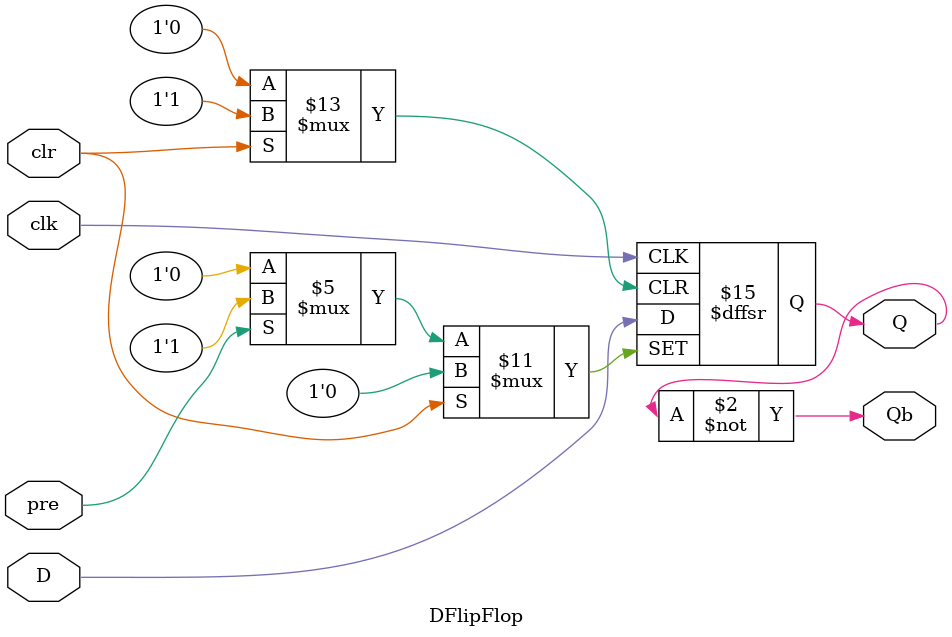
<source format=v>
`timescale 1ns / 1ps


module DFlipFlop(output reg Q, output Qb, input D, clk, clr, pre);
    
    always @(posedge clk or posedge clr or posedge pre)  
        if (clr)  
            Q <= 1'b0;  
        else if (pre)  
            Q <= 1'b1;  
        else  
            Q <= D;  
    assign Qb = ~Q;
    
endmodule



</source>
